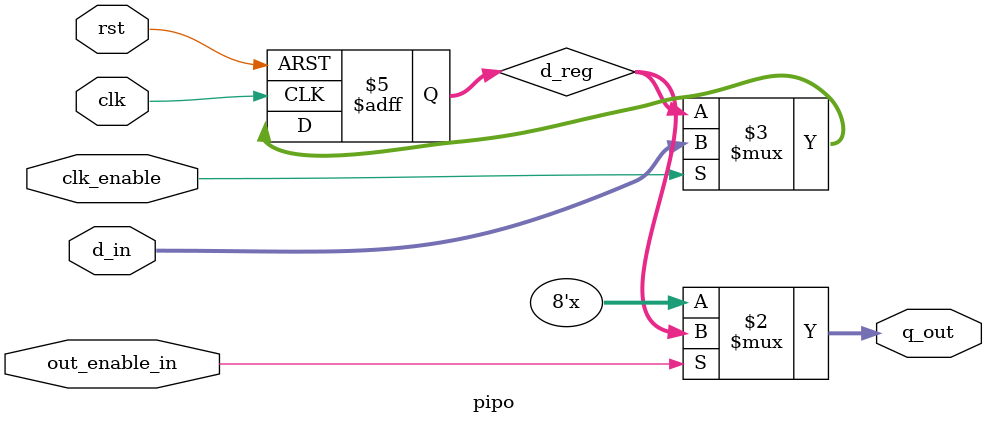
<source format=v>
module pipo #(
    parameter DATA_WIDTH = 8,
    parameter CLOCK_EDGE = 1 // 1 para flanco ascendente, 0 para descendente
)(
    input wire [DATA_WIDTH-1:0] d_in,
    output reg [DATA_WIDTH-1:0] q_out,
    input wire out_enable_in,
    input wire rst,
    input wire clk,
    input wire clk_enable
);
    reg [DATA_WIDTH-1:0] d_reg;

    always @ (posedge clk or posedge rst)
        begin
            if (rst) begin
                d_reg <= {DATA_WIDTH{1'b0}};
            end else if (clk_enable) begin
                d_reg <= d_in;
            end
        end

    assign q_out = out_enable_in ? d_reg : {DATA_WIDTH{1'bz}};

endmodule
</source>
